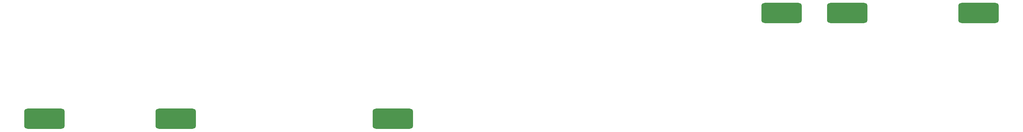
<source format=gbr>
%TF.GenerationSoftware,KiCad,Pcbnew,9.0.5*%
%TF.CreationDate,2025-11-13T21:56:36-08:00*%
%TF.ProjectId,IXOLAR,49584f4c-4152-42e6-9b69-6361645f7063,rev?*%
%TF.SameCoordinates,Original*%
%TF.FileFunction,Paste,Bot*%
%TF.FilePolarity,Positive*%
%FSLAX46Y46*%
G04 Gerber Fmt 4.6, Leading zero omitted, Abs format (unit mm)*
G04 Created by KiCad (PCBNEW 9.0.5) date 2025-11-13 21:56:36*
%MOMM*%
%LPD*%
G01*
G04 APERTURE LIST*
G04 Aperture macros list*
%AMRoundRect*
0 Rectangle with rounded corners*
0 $1 Rounding radius*
0 $2 $3 $4 $5 $6 $7 $8 $9 X,Y pos of 4 corners*
0 Add a 4 corners polygon primitive as box body*
4,1,4,$2,$3,$4,$5,$6,$7,$8,$9,$2,$3,0*
0 Add four circle primitives for the rounded corners*
1,1,$1+$1,$2,$3*
1,1,$1+$1,$4,$5*
1,1,$1+$1,$6,$7*
1,1,$1+$1,$8,$9*
0 Add four rect primitives between the rounded corners*
20,1,$1+$1,$2,$3,$4,$5,0*
20,1,$1+$1,$4,$5,$6,$7,0*
20,1,$1+$1,$6,$7,$8,$9,0*
20,1,$1+$1,$8,$9,$2,$3,0*%
G04 Aperture macros list end*
%ADD10RoundRect,0.750000X4.250000X-1.750000X4.250000X1.750000X-4.250000X1.750000X-4.250000X-1.750000X0*%
G04 APERTURE END LIST*
D10*
%TO.C,Other_Board1*%
X182500000Y-51250000D03*
%TD*%
%TO.C,J2*%
X295000000Y-25000000D03*
%TD*%
%TO.C,J1*%
X96250000Y-51250000D03*
%TD*%
%TO.C,gnd_connector1*%
X128750000Y-51250000D03*
%TD*%
%TO.C,Other_Board2*%
X278750000Y-25000000D03*
%TD*%
%TO.C,gnd_connector2*%
X327500000Y-25000000D03*
%TD*%
M02*

</source>
